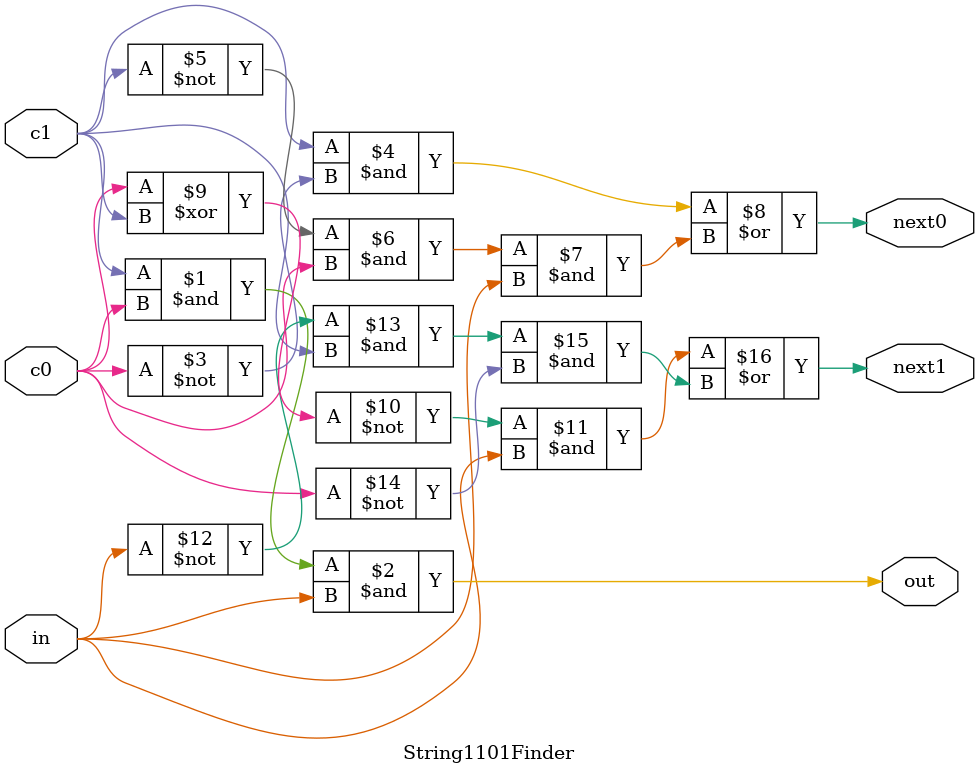
<source format=v>
module String1101Finder(
    input c0,
    input c1,
    input in,
    output out,
    output next0,
    output next1
);



assign out = c1 & c0 & in;
assign next0 = (c1 & ~c0) | (~c1 &  c0 & in);
assign next1 = (~(c0 ^ c1) & in) | (~in & c1 & ~c0);

endmodule
</source>
